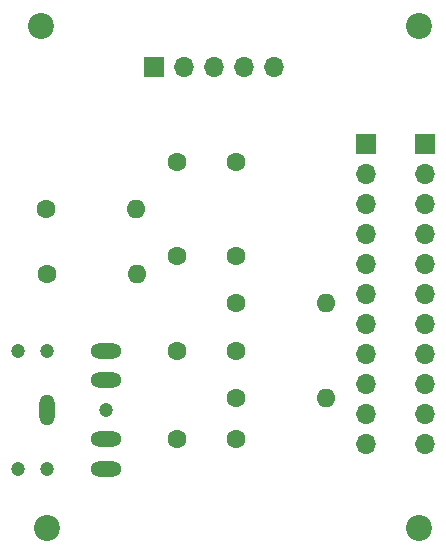
<source format=gbs>
%TF.GenerationSoftware,KiCad,Pcbnew,(5.1.10)-1*%
%TF.CreationDate,2023-06-21T21:16:52+09:00*%
%TF.ProjectId,pokecom_cas_if,706f6b65-636f-46d5-9f63-61735f69662e,rev?*%
%TF.SameCoordinates,Original*%
%TF.FileFunction,Soldermask,Bot*%
%TF.FilePolarity,Negative*%
%FSLAX46Y46*%
G04 Gerber Fmt 4.6, Leading zero omitted, Abs format (unit mm)*
G04 Created by KiCad (PCBNEW (5.1.10)-1) date 2023-06-21 21:16:52*
%MOMM*%
%LPD*%
G01*
G04 APERTURE LIST*
%ADD10O,1.600000X1.600000*%
%ADD11C,1.600000*%
%ADD12C,2.200000*%
%ADD13O,1.700000X1.700000*%
%ADD14R,1.700000X1.700000*%
%ADD15C,1.200000*%
%ADD16O,2.616000X1.308000*%
%ADD17O,1.308000X2.616000*%
G04 APERTURE END LIST*
D10*
%TO.C,R8*%
X-343000000Y541000000D03*
D11*
X-350620000Y541000000D03*
%TD*%
D10*
%TO.C,R7*%
X-342880000Y535500000D03*
D11*
X-350500000Y535500000D03*
%TD*%
D10*
%TO.C,R6*%
X-326880000Y525000000D03*
D11*
X-334500000Y525000000D03*
%TD*%
D10*
%TO.C,R5*%
X-326880000Y533000000D03*
D11*
X-334500000Y533000000D03*
%TD*%
%TO.C,C4*%
X-334500000Y537000000D03*
X-339500000Y537000000D03*
%TD*%
%TO.C,C3*%
X-334500000Y521500000D03*
X-339500000Y521500000D03*
%TD*%
%TO.C,C2*%
X-334500000Y529000000D03*
X-339500000Y529000000D03*
%TD*%
%TO.C,C1*%
X-334500000Y545000000D03*
X-339500000Y545000000D03*
%TD*%
D12*
%TO.C,*%
X-319000000Y514000000D03*
%TD*%
%TO.C,*%
X-350500000Y514000000D03*
%TD*%
%TO.C,*%
X-351000000Y556500000D03*
%TD*%
%TO.C,*%
X-319000000Y556500000D03*
%TD*%
D13*
%TO.C,J1*%
X-318500000Y521100000D03*
X-318500000Y523640000D03*
X-318500000Y526180000D03*
X-318500000Y528720000D03*
X-318500000Y531260000D03*
X-318500000Y533800000D03*
X-318500000Y536340000D03*
X-318500000Y538880000D03*
X-318500000Y541420000D03*
X-318500000Y543960000D03*
D14*
X-318500000Y546500000D03*
%TD*%
D13*
%TO.C,J2*%
X-323500000Y521100000D03*
X-323500000Y523640000D03*
X-323500000Y526180000D03*
X-323500000Y528720000D03*
X-323500000Y531260000D03*
X-323500000Y533800000D03*
X-323500000Y536340000D03*
X-323500000Y538880000D03*
X-323500000Y541420000D03*
X-323500000Y543960000D03*
D14*
X-323500000Y546500000D03*
%TD*%
D13*
%TO.C,J3*%
X-331340000Y553000000D03*
X-333880000Y553000000D03*
X-336420000Y553000000D03*
X-338960000Y553000000D03*
D14*
X-341500000Y553000000D03*
%TD*%
D15*
%TO.C,J4*%
X-350500000Y519000000D03*
X-353000000Y519000000D03*
X-345500000Y524000000D03*
X-350500000Y529000000D03*
X-353000000Y529000000D03*
D16*
X-345500000Y529000000D03*
X-345500000Y526500000D03*
X-345500000Y521500000D03*
X-345500000Y519000000D03*
D17*
X-350500000Y524000000D03*
%TD*%
M02*

</source>
